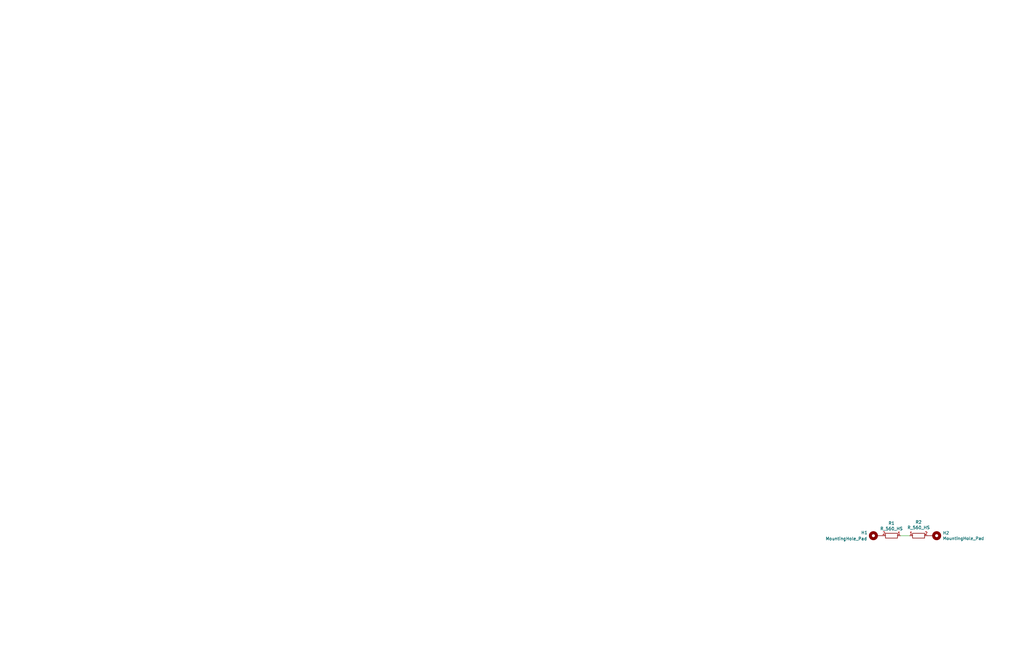
<source format=kicad_sch>
(kicad_sch (version 20211123) (generator eeschema)
  (paper "B")
  (title_block (title "Precharge Resistor Mount") (date "2022-04-16") (rev "1") (company "Olin Electric Motorsports") (comment 1 "Elvis Wolcott"))
  (lib_symbols
    (symbol "Mechanical:MountingHole_Pad" (pin_numbers hide) (pin_names (offset 1.016) hide)
      (property "Reference" "H" (at 0 6.35 0))
      (property "Value" "MountingHole_Pad" (at 0 4.445 0))
      (symbol "MountingHole_Pad_0_1"
        (circle (center 0 1.27) (radius 1.27) (stroke (width 1.27)))
      )
      (symbol "MountingHole_Pad_1_1"
        (pin input line (at 0 -2.54 90) (length 2.54) (name "1") (number "1"))
      )
    )
    (symbol "formula:R_560_HS" (pin_names (offset 0))
      (property "Reference" "R" (at 2.032 0 90))
      (property "Value" "formula_R_560_HS" (at -2.54 0 90))
      (symbol "R_560_HS_0_1"
        (rectangle (start -1.016 -2.54) (end 1.016 2.54) (stroke (width 0.254)))
      )
      (symbol "R_560_HS_1_1"
        (pin passive line (at 0 3.81 270) (length 1.27) (name "~") (number "1"))
        (pin passive line (at 0 -3.81 90) (length 1.27) (name "~") (number "2"))
      )
    )
  )
  (wire (pts (xy 379.73 226.06) (xy 383.54 226.06)))
  (symbol (lib_id "Mechanical:MountingHole_Pad") (at 369.57 226.06 90) (unit 1)
    (property "Reference" "H1" (at 364.49 224.79 90))
    (property "Value" "MountingHole_Pad" (at 356.87 227.33 90))
    (property "Footprint" "MountingHole:MountingHole_2.5mm_Pad" (effects hide))
  )
  (symbol (lib_id "Mechanical:MountingHole_Pad") (at 393.7 226.06 270) (unit 1)
    (property "Reference" "H2" (at 397.51 224.8916 90) (effects (justify left)))
    (property "Value" "MountingHole_Pad" (at 397.51 227.203 90) (effects (justify left)))
    (property "Footprint" "MountingHole:MountingHole_2.5mm_Pad" (effects hide))
  )
  (symbol (lib_id "formula:R_560_HS") (at 375.92 226.06 270) (unit 1)
    (property "Reference" "R1" (at 375.92 220.8022 90))
    (property "Value" "R_560_HS" (at 375.92 223.1136 90))
    (property "Footprint" "footprints:R_3k_HS_TO247" (effects hide))
    (property "Datasheet" "http://www.ohmite.com/assets/docs/acl_ap101.pdf?r=false" (effects hide))
    (property "MFN" "DK" (effects hide))
    (property "MPN" "AP101 560R J" (effects hide))
    (property "PurchasingLink" "https://www.digikey.com/en/products/detail/ohmite/AP101-560R-J/5878514" (effects hide))
  )
  (symbol (lib_id "formula:R_560_HS") (at 387.35 226.06 90) (unit 1)
    (property "Reference" "R2" (at 387.35 220.345 90))
    (property "Value" "R_560_HS" (at 387.35 222.6564 90))
    (property "Footprint" "footprints:R_3k_HS_TO247" (effects hide))
    (property "Datasheet" "http://www.ohmite.com/assets/docs/acl_ap101.pdf?r=false" (effects hide))
    (property "MFN" "DK" (effects hide))
    (property "MPN" "AP101 560R J" (effects hide))
    (property "PurchasingLink" "https://www.digikey.com/en/products/detail/ohmite/AP101-560R-J/5878514" (effects hide))
  )
)
</source>
